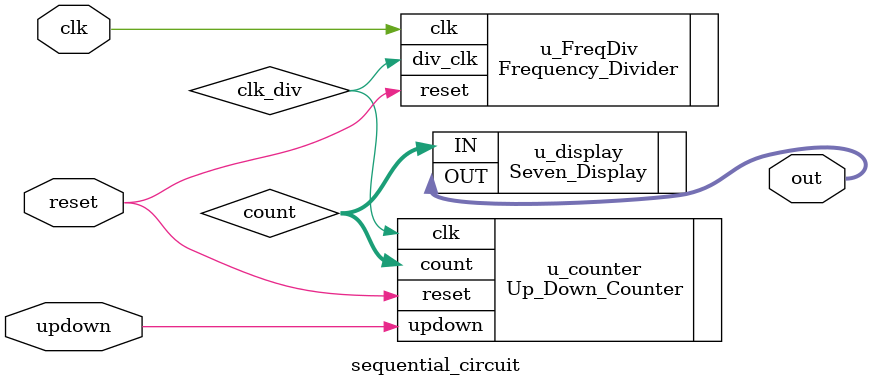
<source format=v>
module sequential_circuit(clk, reset, updown, out);

input clk, reset, updown;
output [6:0] out;
wire [3:0] count;
wire clk_div;


Frequency_Divider u_FreqDiv(.clk(clk), .reset(reset), .div_clk(clk_div));
Up_Down_Counter u_counter(.clk(clk_div), .reset(reset), .updown(updown), .count(count));
Seven_Display u_display (.IN(count), .OUT(out));


endmodule

</source>
